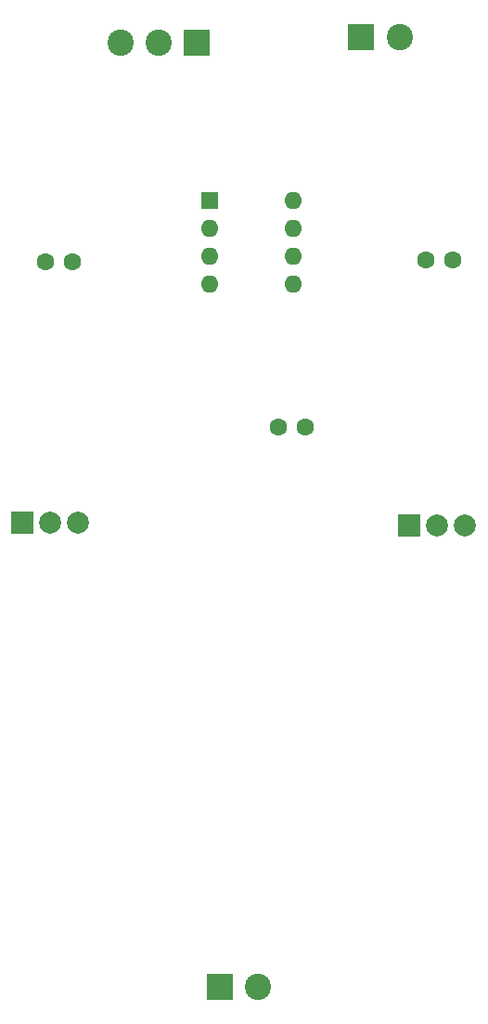
<source format=gbr>
%TF.GenerationSoftware,KiCad,Pcbnew,7.0.2-0*%
%TF.CreationDate,2024-01-04T17:04:27-05:00*%
%TF.ProjectId,AudioAmplifier,41756469-6f41-46d7-906c-69666965722e,rev?*%
%TF.SameCoordinates,Original*%
%TF.FileFunction,Soldermask,Bot*%
%TF.FilePolarity,Negative*%
%FSLAX46Y46*%
G04 Gerber Fmt 4.6, Leading zero omitted, Abs format (unit mm)*
G04 Created by KiCad (PCBNEW 7.0.2-0) date 2024-01-04 17:04:27*
%MOMM*%
%LPD*%
G01*
G04 APERTURE LIST*
%ADD10R,1.600000X1.600000*%
%ADD11O,1.600000X1.600000*%
%ADD12C,1.600000*%
%ADD13R,2.010000X2.010000*%
%ADD14C,2.010000*%
%ADD15R,2.400000X2.400000*%
%ADD16C,2.400000*%
G04 APERTURE END LIST*
D10*
%TO.C,J2*%
X151038400Y-70774400D03*
D11*
X151038400Y-73314400D03*
X151038400Y-75854400D03*
X151038400Y-78394400D03*
X158658400Y-78394400D03*
X158658400Y-75854400D03*
X158658400Y-73314400D03*
X158658400Y-70774400D03*
%TD*%
D12*
%TO.C,C3*%
X136082400Y-76352400D03*
X138582400Y-76352400D03*
%TD*%
D13*
%TO.C,Q3*%
X169316400Y-100380800D03*
D14*
X171856400Y-100380800D03*
X174396400Y-100380800D03*
%TD*%
D12*
%TO.C,C2*%
X170789600Y-76200000D03*
X173289600Y-76200000D03*
%TD*%
%TO.C,C1*%
X159816800Y-91389200D03*
X157316800Y-91389200D03*
%TD*%
D13*
%TO.C,Q1*%
X134010400Y-100177600D03*
D14*
X136550400Y-100177600D03*
X139090400Y-100177600D03*
%TD*%
D15*
%TO.C,J3*%
X164902000Y-55880000D03*
D16*
X168402000Y-55880000D03*
%TD*%
D15*
%TO.C,J1*%
X149910800Y-56337200D03*
D16*
X146410800Y-56337200D03*
X142910800Y-56337200D03*
%TD*%
D15*
%TO.C,J4*%
X151998800Y-142443200D03*
D16*
X155498800Y-142443200D03*
%TD*%
M02*

</source>
